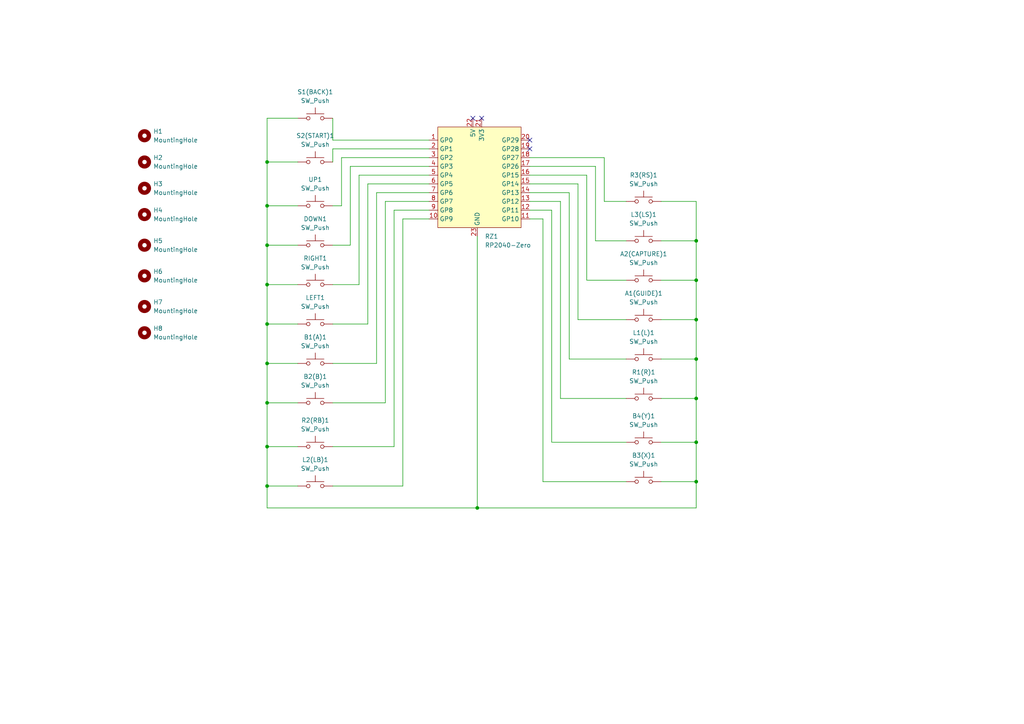
<source format=kicad_sch>
(kicad_sch (version 20230121) (generator eeschema)
  (paper "A4")
  (title_block (title "StickLess") (date "2023-09-12") (rev "1"))
  (lib_symbols
    (symbol "Mechanical:MountingHole" (pin_names (offset 1.016))
      (property "Reference" "H" (at 0 5.08 0))
      (property "Value" "MountingHole" (at 0 3.175 0))
      (symbol "MountingHole_0_1"
        (circle (center 0 0) (radius 1.27) (stroke (width 1.27)))
      )
    )
    (symbol "Switch:SW_Push" (pin_numbers hide) (pin_names (offset 1.016) hide)
      (property "Reference" "SW" (at 1.27 2.54 0))
      (property "Value" "SW_Push" (at 0 -1.524 0))
      (symbol "SW_Push_0_1"
        (circle (center -2.032 0) (radius 0.508))
        (polyline (pts (xy 0 1.27) (xy 0 3.048)))
        (polyline (pts (xy 2.54 1.27) (xy -2.54 1.27)))
        (circle (center 2.032 0) (radius 0.508))
        (pin passive line (at -5.08 0 0) (length 2.54) (name "1") (number "1"))
        (pin passive line (at 5.08 0 180) (length 2.54) (name "2") (number "2"))
      )
    )
    (symbol "rp2040-zero:RP2040-Zero"
      (property "Reference" "RZ" (at 0 0 0))
      (property "Value" "RP2040-Zero" (at 0 -2.54 0))
      (symbol "RP2040-Zero_0_1"
        (rectangle (start -11.43 -15.24) (end 12.7 13.97) (fill (type background)))
      )
      (symbol "RP2040-Zero_1_1"
        (pin bidirectional line (at -13.97 10.16 0) (length 2.54) (name "GP0") (number "1"))
        (pin bidirectional line (at -13.97 -12.7 0) (length 2.54) (name "GP9") (number "10"))
        (pin bidirectional line (at 15.24 -12.7 180) (length 2.54) (name "GP10") (number "11"))
        (pin bidirectional line (at 15.24 -10.16 180) (length 2.54) (name "GP11") (number "12"))
        (pin bidirectional line (at 15.24 -7.62 180) (length 2.54) (name "GP12") (number "13"))
        (pin bidirectional line (at 15.24 -5.08 180) (length 2.54) (name "GP13") (number "14"))
        (pin bidirectional line (at 15.24 -2.54 180) (length 2.54) (name "GP14") (number "15"))
        (pin bidirectional line (at 15.24 0 180) (length 2.54) (name "GP15") (number "16"))
        (pin bidirectional line (at 15.24 2.54 180) (length 2.54) (name "GP26") (number "17"))
        (pin bidirectional line (at 15.24 5.08 180) (length 2.54) (name "GP27") (number "18"))
        (pin bidirectional line (at 15.24 7.62 180) (length 2.54) (name "GP28") (number "19"))
        (pin bidirectional line (at -13.97 7.62 0) (length 2.54) (name "GP1") (number "2"))
        (pin bidirectional line (at 15.24 10.16 180) (length 2.54) (name "GP29") (number "20"))
        (pin power_in line (at 1.27 16.51 270) (length 2.54) (name "3V3") (number "21"))
        (pin power_in line (at -1.27 16.51 270) (length 2.54) (name "5V") (number "22"))
        (pin power_in line (at 0 -17.78 90) (length 2.54) (name "GND") (number "23"))
        (pin bidirectional line (at -13.97 5.08 0) (length 2.54) (name "GP2") (number "3"))
        (pin bidirectional line (at -13.97 2.54 0) (length 2.54) (name "GP3") (number "4"))
        (pin bidirectional line (at -13.97 0 0) (length 2.54) (name "GP4") (number "5"))
        (pin bidirectional line (at -13.97 -2.54 0) (length 2.54) (name "GP5") (number "6"))
        (pin bidirectional line (at -13.97 -5.08 0) (length 2.54) (name "GP6") (number "7"))
        (pin bidirectional line (at -13.97 -7.62 0) (length 2.54) (name "GP7") (number "8"))
        (pin bidirectional line (at -13.97 -10.16 0) (length 2.54) (name "GP8") (number "9"))
      )
    )
  )
  (junction (at 77.47 46.99))
  (junction (at 201.93 139.7))
  (junction (at 77.47 59.69))
  (junction (at 201.93 104.14))
  (junction (at 138.43 147.32))
  (junction (at 201.93 81.28))
  (junction (at 201.93 69.85))
  (junction (at 77.47 71.12))
  (junction (at 77.47 82.55))
  (junction (at 201.93 92.71))
  (junction (at 77.47 140.97))
  (junction (at 201.93 115.57))
  (junction (at 77.47 93.98))
  (junction (at 77.47 116.84))
  (junction (at 201.93 128.27))
  (junction (at 77.47 105.41))
  (junction (at 77.47 129.54))
  (no_connect (at 153.67 40.64))
  (no_connect (at 153.67 43.18))
  (no_connect (at 139.7 34.29))
  (no_connect (at 137.16 34.29))
  (wire (pts (xy 106.68 53.34) (xy 106.68 93.98)))
  (wire (pts (xy 191.77 115.57) (xy 201.93 115.57)))
  (wire (pts (xy 201.93 139.7) (xy 201.93 147.32)))
  (wire (pts (xy 116.84 63.5) (xy 124.46 63.5)))
  (wire (pts (xy 116.84 140.97) (xy 116.84 63.5)))
  (wire (pts (xy 153.67 58.42) (xy 162.56 58.42)))
  (wire (pts (xy 167.64 53.34) (xy 153.67 53.34)))
  (wire (pts (xy 77.47 59.69) (xy 77.47 71.12)))
  (wire (pts (xy 77.47 105.41) (xy 77.47 116.84)))
  (wire (pts (xy 77.47 147.32) (xy 138.43 147.32)))
  (wire (pts (xy 77.47 93.98) (xy 77.47 105.41)))
  (wire (pts (xy 191.77 128.27) (xy 201.93 128.27)))
  (wire (pts (xy 165.1 104.14) (xy 165.1 55.88)))
  (wire (pts (xy 170.18 81.28) (xy 181.61 81.28)))
  (wire (pts (xy 96.52 43.18) (xy 96.52 46.99)))
  (wire (pts (xy 77.47 140.97) (xy 77.47 147.32)))
  (wire (pts (xy 165.1 55.88) (xy 153.67 55.88)))
  (wire (pts (xy 124.46 40.64) (xy 96.52 40.64)))
  (wire (pts (xy 172.72 48.26) (xy 153.67 48.26)))
  (wire (pts (xy 101.6 48.26) (xy 101.6 71.12)))
  (wire (pts (xy 157.48 139.7) (xy 181.61 139.7)))
  (wire (pts (xy 153.67 50.8) (xy 170.18 50.8)))
  (wire (pts (xy 201.93 69.85) (xy 201.93 81.28)))
  (wire (pts (xy 153.67 63.5) (xy 157.48 63.5)))
  (wire (pts (xy 86.36 93.98) (xy 77.47 93.98)))
  (wire (pts (xy 181.61 69.85) (xy 172.72 69.85)))
  (wire (pts (xy 109.22 55.88) (xy 109.22 105.41)))
  (wire (pts (xy 191.77 139.7) (xy 201.93 139.7)))
  (wire (pts (xy 162.56 115.57) (xy 162.56 58.42)))
  (wire (pts (xy 160.02 128.27) (xy 160.02 60.96)))
  (wire (pts (xy 181.61 128.27) (xy 160.02 128.27)))
  (wire (pts (xy 191.77 81.28) (xy 201.93 81.28)))
  (wire (pts (xy 106.68 93.98) (xy 96.52 93.98)))
  (wire (pts (xy 172.72 69.85) (xy 172.72 48.26)))
  (wire (pts (xy 153.67 45.72) (xy 175.26 45.72)))
  (wire (pts (xy 201.93 81.28) (xy 201.93 92.71)))
  (wire (pts (xy 86.36 105.41) (xy 77.47 105.41)))
  (wire (pts (xy 201.93 104.14) (xy 201.93 115.57)))
  (wire (pts (xy 191.77 69.85) (xy 201.93 69.85)))
  (wire (pts (xy 77.47 34.29) (xy 77.47 46.99)))
  (wire (pts (xy 138.43 147.32) (xy 138.43 68.58)))
  (wire (pts (xy 201.93 92.71) (xy 201.93 104.14)))
  (wire (pts (xy 101.6 71.12) (xy 96.52 71.12)))
  (wire (pts (xy 201.93 147.32) (xy 138.43 147.32)))
  (wire (pts (xy 96.52 116.84) (xy 111.76 116.84)))
  (wire (pts (xy 96.52 140.97) (xy 116.84 140.97)))
  (wire (pts (xy 124.46 43.18) (xy 96.52 43.18)))
  (wire (pts (xy 77.47 129.54) (xy 77.47 140.97)))
  (wire (pts (xy 191.77 92.71) (xy 201.93 92.71)))
  (wire (pts (xy 124.46 55.88) (xy 109.22 55.88)))
  (wire (pts (xy 77.47 140.97) (xy 86.36 140.97)))
  (wire (pts (xy 160.02 60.96) (xy 153.67 60.96)))
  (wire (pts (xy 96.52 129.54) (xy 114.3 129.54)))
  (wire (pts (xy 96.52 40.64) (xy 96.52 34.29)))
  (wire (pts (xy 124.46 53.34) (xy 106.68 53.34)))
  (wire (pts (xy 86.36 116.84) (xy 77.47 116.84)))
  (wire (pts (xy 99.06 59.69) (xy 96.52 59.69)))
  (wire (pts (xy 124.46 60.96) (xy 114.3 60.96)))
  (wire (pts (xy 201.93 115.57) (xy 201.93 128.27)))
  (wire (pts (xy 181.61 92.71) (xy 167.64 92.71)))
  (wire (pts (xy 86.36 71.12) (xy 77.47 71.12)))
  (wire (pts (xy 111.76 58.42) (xy 111.76 116.84)))
  (wire (pts (xy 191.77 58.42) (xy 201.93 58.42)))
  (wire (pts (xy 77.47 116.84) (xy 77.47 129.54)))
  (wire (pts (xy 167.64 92.71) (xy 167.64 53.34)))
  (wire (pts (xy 86.36 59.69) (xy 77.47 59.69)))
  (wire (pts (xy 175.26 58.42) (xy 181.61 58.42)))
  (wire (pts (xy 201.93 128.27) (xy 201.93 139.7)))
  (wire (pts (xy 157.48 63.5) (xy 157.48 139.7)))
  (wire (pts (xy 124.46 45.72) (xy 99.06 45.72)))
  (wire (pts (xy 86.36 82.55) (xy 77.47 82.55)))
  (wire (pts (xy 124.46 58.42) (xy 111.76 58.42)))
  (wire (pts (xy 77.47 71.12) (xy 77.47 82.55)))
  (wire (pts (xy 99.06 45.72) (xy 99.06 59.69)))
  (wire (pts (xy 124.46 50.8) (xy 104.14 50.8)))
  (wire (pts (xy 86.36 34.29) (xy 77.47 34.29)))
  (wire (pts (xy 170.18 50.8) (xy 170.18 81.28)))
  (wire (pts (xy 175.26 45.72) (xy 175.26 58.42)))
  (wire (pts (xy 181.61 115.57) (xy 162.56 115.57)))
  (wire (pts (xy 201.93 58.42) (xy 201.93 69.85)))
  (wire (pts (xy 77.47 82.55) (xy 77.47 93.98)))
  (wire (pts (xy 86.36 46.99) (xy 77.47 46.99)))
  (wire (pts (xy 191.77 104.14) (xy 201.93 104.14)))
  (wire (pts (xy 114.3 60.96) (xy 114.3 129.54)))
  (wire (pts (xy 96.52 82.55) (xy 104.14 82.55)))
  (wire (pts (xy 86.36 129.54) (xy 77.47 129.54)))
  (wire (pts (xy 96.52 105.41) (xy 109.22 105.41)))
  (wire (pts (xy 77.47 46.99) (xy 77.47 59.69)))
  (wire (pts (xy 181.61 104.14) (xy 165.1 104.14)))
  (wire (pts (xy 104.14 50.8) (xy 104.14 82.55)))
  (wire (pts (xy 124.46 48.26) (xy 101.6 48.26)))
  (symbol (lib_id "Switch:SW_Push") (at 91.44 59.69 0) (unit 1)
    (property "Reference" "UP1" (at 91.44 52.07 0))
    (property "Value" "SW_Push" (at 91.44 54.61 0))
    (property "Footprint" "Switch_Keyboard_Cherry_MX_LP:Cherry-MX-Low-Profile-30" (effects hide))
  )
  (symbol (lib_id "Switch:SW_Push") (at 91.44 105.41 0) (unit 1)
    (property "Reference" "B1(A)1" (at 91.44 97.79 0))
    (property "Value" "SW_Push" (at 91.44 100.33 0))
    (property "Footprint" "Switch_Keyboard_Cherry_MX_LP:Cherry-MX-Low-Profile-24" (effects hide))
  )
  (symbol (lib_id "Switch:SW_Push") (at 186.69 92.71 0) (unit 1)
    (property "Reference" "A1(GUIDE)1" (at 186.69 85.09 0))
    (property "Value" "SW_Push" (at 186.69 87.63 0))
    (property "Footprint" "Switch_Keyboard_Cherry_MX_LP:Cherry-MX-Low-Profile" (effects hide))
  )
  (symbol (lib_id "Mechanical:MountingHole") (at 41.91 62.23 0) (unit 1)
    (property "Reference" "H4" (at 44.45 60.96 0) (effects (justify left)))
    (property "Value" "MountingHole" (at 44.45 63.5 0) (effects (justify left)))
    (property "Footprint" "MountingHole:MountingHole_6mm" (effects hide))
  )
  (symbol (lib_id "Switch:SW_Push") (at 186.69 81.28 0) (unit 1)
    (property "Reference" "A2(CAPTURE)1" (at 186.69 73.66 0))
    (property "Value" "SW_Push" (at 186.69 76.2 0))
    (property "Footprint" "Switch_Keyboard_Cherry_MX_LP:Cherry-MX-Low-Profile" (effects hide))
  )
  (symbol (lib_id "Switch:SW_Push") (at 91.44 116.84 0) (unit 1)
    (property "Reference" "B2(B)1" (at 91.44 109.22 0))
    (property "Value" "SW_Push" (at 91.44 111.76 0))
    (property "Footprint" "Switch_Keyboard_Cherry_MX_LP:Cherry-MX-Low-Profile-24" (effects hide))
  )
  (symbol (lib_id "Switch:SW_Push") (at 91.44 93.98 0) (unit 1)
    (property "Reference" "LEFT1" (at 91.44 86.36 0))
    (property "Value" "SW_Push" (at 91.44 88.9 0))
    (property "Footprint" "Switch_Keyboard_Cherry_MX_LP:Cherry-MX-Low-Profile-24" (effects hide))
  )
  (symbol (lib_id "Switch:SW_Push") (at 91.44 140.97 0) (unit 1)
    (property "Reference" "L2(LB)1" (at 91.44 133.35 0))
    (property "Value" "SW_Push" (at 91.44 135.89 0))
    (property "Footprint" "Switch_Keyboard_Cherry_MX_LP:Cherry-MX-Low-Profile-24" (effects hide))
  )
  (symbol (lib_id "Mechanical:MountingHole") (at 41.91 88.9 0) (unit 1)
    (property "Reference" "H7" (at 44.45 87.63 0) (effects (justify left)))
    (property "Value" "MountingHole" (at 44.45 90.17 0) (effects (justify left)))
    (property "Footprint" "MountingHole:MountingHole_6mm" (effects hide))
  )
  (symbol (lib_id "rp2040-zero:RP2040-Zero") (at 138.43 50.8 0) (unit 1)
    (property "Reference" "RZ1" (at 140.6241 68.58 0) (effects (justify left)))
    (property "Value" "RP2040-Zero" (at 140.6241 71.12 0) (effects (justify left)))
    (property "Footprint" "RP2040-Zero:RP2040-Zero" (effects hide))
  )
  (symbol (lib_id "Switch:SW_Push") (at 186.69 115.57 0) (unit 1)
    (property "Reference" "R1(R)1" (at 186.69 107.95 0))
    (property "Value" "SW_Push" (at 186.69 110.49 0))
    (property "Footprint" "Switch_Keyboard_Cherry_MX_LP:Cherry-MX-Low-Profile-24" (effects hide))
  )
  (symbol (lib_id "Mechanical:MountingHole") (at 41.91 39.37 0) (unit 1)
    (property "Reference" "H1" (at 44.45 38.1 0) (effects (justify left)))
    (property "Value" "MountingHole" (at 44.45 40.64 0) (effects (justify left)))
    (property "Footprint" "MountingHole:MountingHole_6mm" (effects hide))
  )
  (symbol (lib_id "Switch:SW_Push") (at 186.69 139.7 0) (unit 1)
    (property "Reference" "B3(X)1" (at 186.69 132.08 0))
    (property "Value" "SW_Push" (at 186.69 134.62 0))
    (property "Footprint" "Switch_Keyboard_Cherry_MX_LP:Cherry-MX-Low-Profile-24" (effects hide))
  )
  (symbol (lib_id "Switch:SW_Push") (at 186.69 128.27 0) (unit 1)
    (property "Reference" "B4(Y)1" (at 186.69 120.65 0))
    (property "Value" "SW_Push" (at 186.69 123.19 0))
    (property "Footprint" "Switch_Keyboard_Cherry_MX_LP:Cherry-MX-Low-Profile-24" (effects hide))
  )
  (symbol (lib_id "Switch:SW_Push") (at 186.69 104.14 0) (unit 1)
    (property "Reference" "L1(L)1" (at 186.69 96.52 0))
    (property "Value" "SW_Push" (at 186.69 99.06 0))
    (property "Footprint" "Switch_Keyboard_Cherry_MX_LP:Cherry-MX-Low-Profile-24" (effects hide))
  )
  (symbol (lib_id "Switch:SW_Push") (at 91.44 46.99 0) (unit 1)
    (property "Reference" "S2(START)1" (at 91.44 39.37 0))
    (property "Value" "SW_Push" (at 91.44 41.91 0))
    (property "Footprint" "Switch_Keyboard_Cherry_MX_LP:Cherry-MX-Low-Profile" (effects hide))
  )
  (symbol (lib_id "Mechanical:MountingHole") (at 41.91 80.01 0) (unit 1)
    (property "Reference" "H6" (at 44.45 78.74 0) (effects (justify left)))
    (property "Value" "MountingHole" (at 44.45 81.28 0) (effects (justify left)))
    (property "Footprint" "MountingHole:MountingHole_6mm" (effects hide))
  )
  (symbol (lib_id "Mechanical:MountingHole") (at 41.91 71.12 0) (unit 1)
    (property "Reference" "H5" (at 44.45 69.85 0) (effects (justify left)))
    (property "Value" "MountingHole" (at 44.45 72.39 0) (effects (justify left)))
    (property "Footprint" "MountingHole:MountingHole_6mm" (effects hide))
  )
  (symbol (lib_id "Switch:SW_Push") (at 186.69 69.85 0) (unit 1)
    (property "Reference" "L3(LS)1" (at 186.69 62.23 0))
    (property "Value" "SW_Push" (at 186.69 64.77 0))
    (property "Footprint" "Switch_Keyboard_Cherry_MX_LP:Cherry-MX-Low-Profile-24" (effects hide))
  )
  (symbol (lib_id "Mechanical:MountingHole") (at 41.91 54.61 0) (unit 1)
    (property "Reference" "H3" (at 44.45 53.34 0) (effects (justify left)))
    (property "Value" "MountingHole" (at 44.45 55.88 0) (effects (justify left)))
    (property "Footprint" "MountingHole:MountingHole_6mm" (effects hide))
  )
  (symbol (lib_id "Switch:SW_Push") (at 91.44 34.29 0) (unit 1)
    (property "Reference" "S1(BACK)1" (at 91.44 26.67 0))
    (property "Value" "SW_Push" (at 91.44 29.21 0))
    (property "Footprint" "Switch_Keyboard_Cherry_MX_LP:Cherry-MX-Low-Profile-24" (effects hide))
  )
  (symbol (lib_id "Mechanical:MountingHole") (at 41.91 96.52 0) (unit 1)
    (property "Reference" "H8" (at 44.45 95.25 0) (effects (justify left)))
    (property "Value" "MountingHole" (at 44.45 97.79 0) (effects (justify left)))
    (property "Footprint" "MountingHole:MountingHole_6mm" (effects hide))
  )
  (symbol (lib_id "Mechanical:MountingHole") (at 41.91 46.99 0) (unit 1)
    (property "Reference" "H2" (at 44.45 45.72 0) (effects (justify left)))
    (property "Value" "MountingHole" (at 44.45 48.26 0) (effects (justify left)))
    (property "Footprint" "MountingHole:MountingHole_6mm" (effects hide))
  )
  (symbol (lib_id "Switch:SW_Push") (at 91.44 71.12 0) (unit 1)
    (property "Reference" "DOWN1" (at 91.44 63.5 0))
    (property "Value" "SW_Push" (at 91.44 66.04 0))
    (property "Footprint" "Switch_Keyboard_Cherry_MX_LP:Cherry-MX-Low-Profile-24" (effects hide))
  )
  (symbol (lib_id "Switch:SW_Push") (at 91.44 82.55 0) (unit 1)
    (property "Reference" "RIGHT1" (at 91.44 74.93 0))
    (property "Value" "SW_Push" (at 91.44 77.47 0))
    (property "Footprint" "Switch_Keyboard_Cherry_MX_LP:Cherry-MX-Low-Profile-24" (effects hide))
  )
  (symbol (lib_id "Switch:SW_Push") (at 91.44 129.54 0) (unit 1)
    (property "Reference" "R2(RB)1" (at 91.44 121.92 0))
    (property "Value" "SW_Push" (at 91.44 124.46 0))
    (property "Footprint" "Switch_Keyboard_Cherry_MX_LP:Cherry-MX-Low-Profile-24" (effects hide))
  )
  (symbol (lib_id "Switch:SW_Push") (at 186.69 58.42 0) (unit 1)
    (property "Reference" "R3(RS)1" (at 186.69 50.8 0))
    (property "Value" "SW_Push" (at 186.69 53.34 0))
    (property "Footprint" "Switch_Keyboard_Cherry_MX_LP:Cherry-MX-Low-Profile-24" (effects hide))
  )
)
</source>
